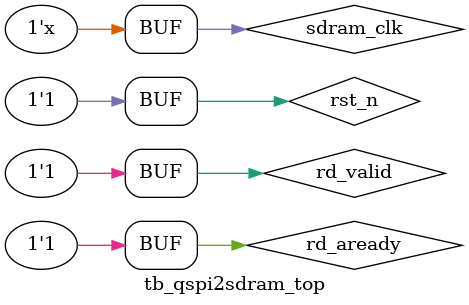
<source format=v>

module tb_qspi2sdram_top();

//reg qspi_clk;
reg sdram_clk;
reg rst_n;

wire [21:0] 	rd_addr;
wire	   	rd_aready = 1;
wire	   	rd_ready;
reg [15:0] 	rd_data ;

reg             rd_valid = 1;

initial begin
//	qspi_clk = 0;
	sdram_clk = 0;
	rst_n = 0;
#100	rst_n = 1;
end


//always@(*) #25 	qspi_clk <= !qspi_clk;
always@(*) #3.25 sdram_clk <= !sdram_clk;



always@(posedge sdram_clk or negedge rst_n)begin
	if(!rst_n)begin
		rd_data <= 16'ha000;
	end
	else if(rd_valid && rd_ready) begin
		rd_data <= rd_data + 16'd1;
	end
	else
		rd_data <= rd_data;
end




qspi_master_model  vip_inst(/*autoinst*/
    .qspi_clk                       (qspi_clk                                   ), // output
    .csn                            (csn                                        ), // output
    .di                             (di                                         ), // output
    .do                             (do                                         ), // input 
    .wpn                            (wpn                                        ), // output
    .holdn                          (holdn                                      )  // output
);



qspi2sdram_top dut(/*autoinst*/
    .rst_n                          (rst_n                                      ), // input 

    // qspi
    .qspi_clk                       (qspi_clk                                   ), // input 
    .csn                            (csn                                        ), // input 
    .di                             (di                                         ), // input 
    .do                             (do                                         ), // output
    .wpn                            (wpn                                        ), // input 
    .holdn                          (holdn                                      ), // input 

    // sdram ctrl read port
    .sdram_clk                      (sdram_clk                                  ), // input 
    .rd_addr                        (rd_addr[21:0]                              ), // output
    .rd_avalid                      (rd_avalid                                  ), // output
    .rd_aready                      (rd_aready                                  ), // input 
    .rd_data                        (rd_data[15:0]                              ), // input 
    .rd_valid                       (rd_valid                                   ), // input 
    .rd_ready                       (rd_ready                                   )  // output
 );
endmodule

</source>
